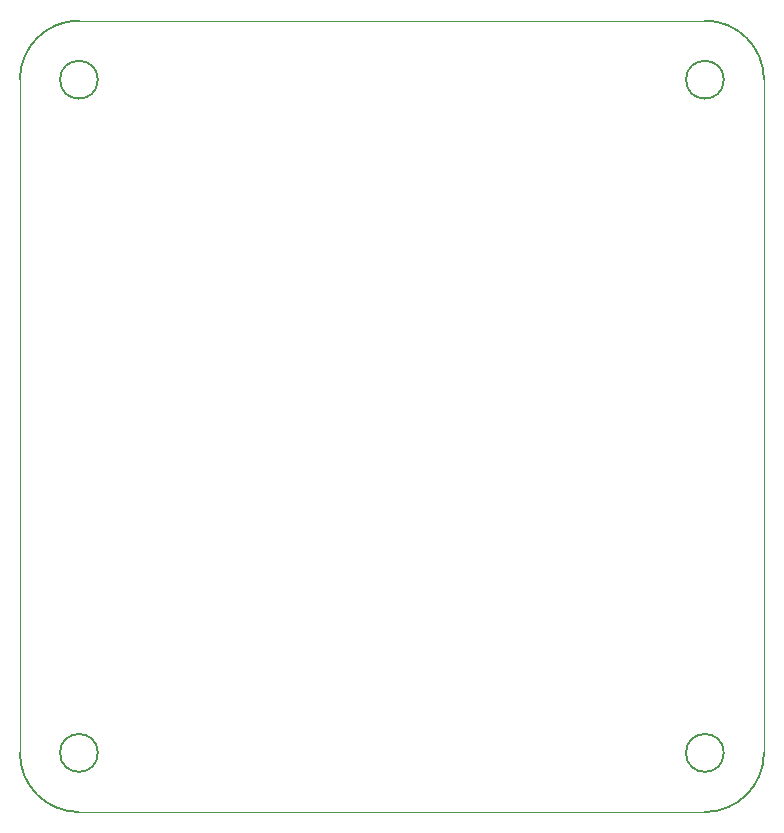
<source format=gbr>
%TF.GenerationSoftware,KiCad,Pcbnew,8.0.7*%
%TF.CreationDate,2025-03-03T11:15:17+09:00*%
%TF.ProjectId,dot_for1,646f745f-666f-4723-912e-6b696361645f,rev?*%
%TF.SameCoordinates,Original*%
%TF.FileFunction,Profile,NP*%
%FSLAX46Y46*%
G04 Gerber Fmt 4.6, Leading zero omitted, Abs format (unit mm)*
G04 Created by KiCad (PCBNEW 8.0.7) date 2025-03-03 11:15:17*
%MOMM*%
%LPD*%
G01*
G04 APERTURE LIST*
%TA.AperFunction,Profile*%
%ADD10C,0.050000*%
%TD*%
%TA.AperFunction,Profile*%
%ADD11C,0.200000*%
%TD*%
G04 APERTURE END LIST*
D10*
X129800000Y-93800000D02*
X129800000Y-36800000D01*
D11*
X73400000Y-36800000D02*
G75*
G02*
X70200000Y-36800000I-1600000J0D01*
G01*
X70200000Y-36800000D02*
G75*
G02*
X73400000Y-36800000I1600000J0D01*
G01*
X66800000Y-36800000D02*
G75*
G02*
X71800000Y-31800000I5000000J0D01*
G01*
X124800000Y-31800000D02*
G75*
G02*
X129800000Y-36800000I0J-5000000D01*
G01*
D10*
X124800000Y-31800000D02*
X71800000Y-31800000D01*
X66800000Y-36800000D02*
X66800000Y-93800000D01*
D11*
X71800000Y-98800000D02*
G75*
G02*
X66800000Y-93800000I0J5000000D01*
G01*
X126400000Y-36800000D02*
G75*
G02*
X123200000Y-36800000I-1600000J0D01*
G01*
X123200000Y-36800000D02*
G75*
G02*
X126400000Y-36800000I1600000J0D01*
G01*
X126400000Y-93800000D02*
G75*
G02*
X123200000Y-93800000I-1600000J0D01*
G01*
X123200000Y-93800000D02*
G75*
G02*
X126400000Y-93800000I1600000J0D01*
G01*
X129800000Y-93800000D02*
G75*
G02*
X124800000Y-98800000I-5000000J0D01*
G01*
D10*
X124800000Y-98800000D02*
X71800000Y-98800000D01*
D11*
X73400000Y-93800000D02*
G75*
G02*
X70200000Y-93800000I-1600000J0D01*
G01*
X70200000Y-93800000D02*
G75*
G02*
X73400000Y-93800000I1600000J0D01*
G01*
M02*

</source>
